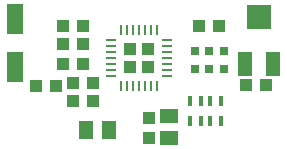
<source format=gbr>
G04 EAGLE Gerber RS-274X export*
G75*
%MOMM*%
%FSLAX34Y34*%
%LPD*%
%INSolderpaste Top*%
%IPPOS*%
%AMOC8*
5,1,8,0,0,1.08239X$1,22.5*%
G01*
%ADD10R,1.075000X1.000000*%
%ADD11R,1.300000X2.000000*%
%ADD12R,2.000000X2.000000*%
%ADD13R,1.500000X1.240000*%
%ADD14R,1.000000X1.075000*%
%ADD15R,1.400000X2.600000*%
%ADD16R,0.800000X0.800000*%
%ADD17R,0.450000X0.900000*%
%ADD18R,0.850000X0.270000*%
%ADD19R,0.270000X0.850000*%
%ADD20R,1.016000X1.016000*%
%ADD21R,1.240000X1.500000*%


D10*
X72780Y116840D03*
X89780Y116840D03*
X72780Y148590D03*
X89780Y148590D03*
X205350Y148590D03*
X188350Y148590D03*
X98670Y85090D03*
X81670Y85090D03*
X81035Y100330D03*
X98035Y100330D03*
D11*
X226760Y117160D03*
X250760Y117160D03*
D12*
X238760Y156160D03*
D10*
X244720Y99060D03*
X227720Y99060D03*
D13*
X162560Y54000D03*
X162560Y73000D03*
D14*
X145415Y53730D03*
X145415Y70730D03*
D10*
X72780Y133350D03*
X89780Y133350D03*
D15*
X32385Y114120D03*
X32385Y155120D03*
D16*
X208915Y127515D03*
X208915Y112515D03*
X196850Y112515D03*
X196850Y127515D03*
X184785Y127515D03*
X184785Y112515D03*
D17*
X206675Y68335D03*
X206675Y85335D03*
X197675Y68335D03*
X189675Y68335D03*
X180675Y68335D03*
X180675Y85335D03*
X197675Y85335D03*
X189675Y85335D03*
D10*
X66920Y97790D03*
X49920Y97790D03*
D18*
X113160Y136920D03*
X113160Y131920D03*
X113160Y126920D03*
X113160Y121920D03*
X113160Y116920D03*
X113160Y111920D03*
X113160Y106920D03*
D19*
X122160Y97920D03*
X127160Y97920D03*
X132160Y97920D03*
X137160Y97920D03*
X142160Y97920D03*
X147160Y97920D03*
X152160Y97920D03*
D18*
X161160Y106920D03*
X161160Y111920D03*
X161160Y116920D03*
X161160Y121920D03*
X161160Y126920D03*
X161160Y131920D03*
X161160Y136920D03*
D19*
X152160Y145920D03*
X147160Y145920D03*
X142160Y145920D03*
X137160Y145920D03*
X132160Y145920D03*
X127160Y145920D03*
X122160Y145920D03*
D20*
X129540Y129540D03*
X129540Y114300D03*
X144780Y129540D03*
X144780Y114300D03*
D21*
X92735Y60960D03*
X111735Y60960D03*
M02*

</source>
